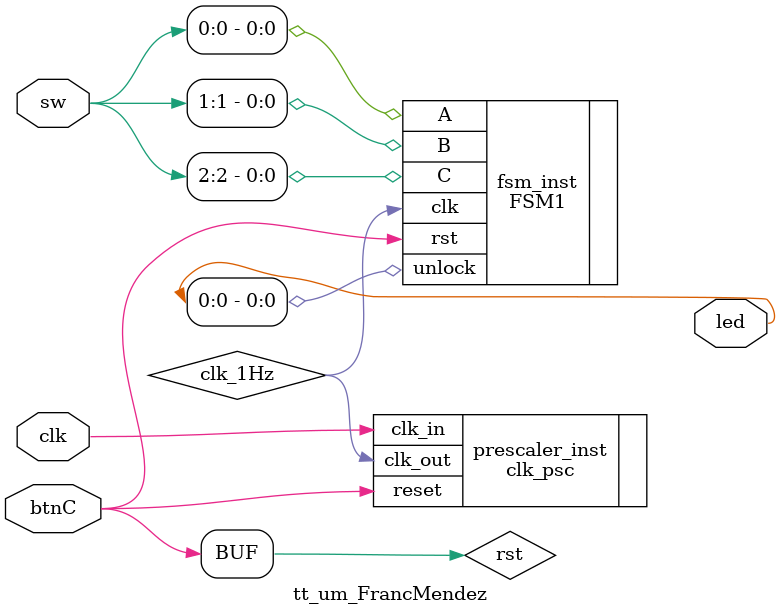
<source format=v>
`timescale 1ns / 1ps


module tt_um_FrancMendez (
    input clk,            // Reloj de 100MHz de la Basys3
    input btnC,           // Botón central como reset
    input [2:0] sw, // SW[2:0] como entradas A, B, C
    output  [1:0] led             // LED0 como señal de desbloqueo
);

    wire clk_1Hz;
    wire rst;

    // Instancia del prescaler 
    clk_psc #(.MAX_COUNT(50_000_000)) prescaler_inst (
        .clk_in(clk),
        .reset(btnC),
        .clk_out(clk_1Hz)
    );

    assign rst = btnC;

    FSM1 fsm_inst (
        .clk(clk_1Hz),
        .rst(rst),
        .A(sw[0]),
        .B(sw[1]),
        .C(sw[2]),
        .unlock(led[0])
    );

endmodule

</source>
